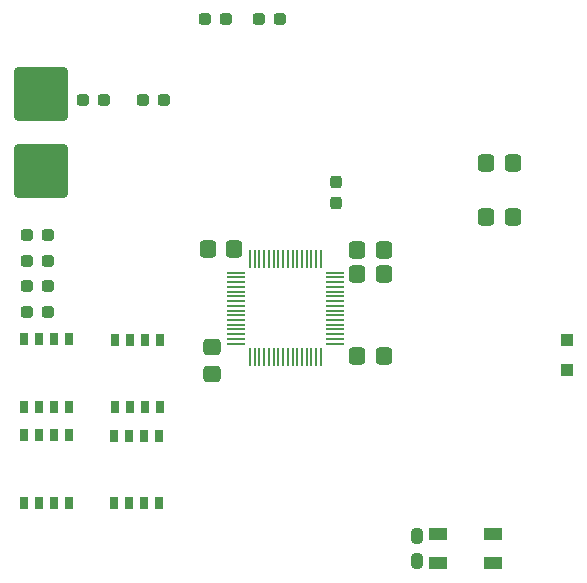
<source format=gtp>
G04 #@! TF.GenerationSoftware,KiCad,Pcbnew,7.0.9*
G04 #@! TF.CreationDate,2024-06-27T15:35:45+09:00*
G04 #@! TF.ProjectId,YAMADAmain,59414d41-4441-46d6-9169-6e2e6b696361,rev?*
G04 #@! TF.SameCoordinates,Original*
G04 #@! TF.FileFunction,Paste,Top*
G04 #@! TF.FilePolarity,Positive*
%FSLAX46Y46*%
G04 Gerber Fmt 4.6, Leading zero omitted, Abs format (unit mm)*
G04 Created by KiCad (PCBNEW 7.0.9) date 2024-06-27 15:35:45*
%MOMM*%
%LPD*%
G01*
G04 APERTURE LIST*
G04 Aperture macros list*
%AMRoundRect*
0 Rectangle with rounded corners*
0 $1 Rounding radius*
0 $2 $3 $4 $5 $6 $7 $8 $9 X,Y pos of 4 corners*
0 Add a 4 corners polygon primitive as box body*
4,1,4,$2,$3,$4,$5,$6,$7,$8,$9,$2,$3,0*
0 Add four circle primitives for the rounded corners*
1,1,$1+$1,$2,$3*
1,1,$1+$1,$4,$5*
1,1,$1+$1,$6,$7*
1,1,$1+$1,$8,$9*
0 Add four rect primitives between the rounded corners*
20,1,$1+$1,$2,$3,$4,$5,0*
20,1,$1+$1,$4,$5,$6,$7,0*
20,1,$1+$1,$6,$7,$8,$9,0*
20,1,$1+$1,$8,$9,$2,$3,0*%
G04 Aperture macros list end*
%ADD10R,0.760000X1.100000*%
%ADD11R,1.500000X1.000000*%
%ADD12RoundRect,0.237500X0.237500X-0.400000X0.237500X0.400000X-0.237500X0.400000X-0.237500X-0.400000X0*%
%ADD13RoundRect,0.292875X0.394625X0.432125X-0.394625X0.432125X-0.394625X-0.432125X0.394625X-0.432125X0*%
%ADD14RoundRect,0.237500X-0.287500X-0.237500X0.287500X-0.237500X0.287500X0.237500X-0.287500X0.237500X0*%
%ADD15RoundRect,0.237500X0.287500X0.237500X-0.287500X0.237500X-0.287500X-0.237500X0.287500X-0.237500X0*%
%ADD16RoundRect,0.225000X2.025000X-2.025000X2.025000X2.025000X-2.025000X2.025000X-2.025000X-2.025000X0*%
%ADD17RoundRect,0.292875X-0.432125X0.394625X-0.432125X-0.394625X0.432125X-0.394625X0.432125X0.394625X0*%
%ADD18RoundRect,0.292875X-0.394625X-0.432125X0.394625X-0.432125X0.394625X0.432125X-0.394625X0.432125X0*%
%ADD19RoundRect,0.237500X0.237500X-0.287500X0.237500X0.287500X-0.237500X0.287500X-0.237500X-0.287500X0*%
%ADD20RoundRect,0.062500X0.687500X-0.062500X0.687500X0.062500X-0.687500X0.062500X-0.687500X-0.062500X0*%
%ADD21RoundRect,0.062500X0.062500X-0.687500X0.062500X0.687500X-0.062500X0.687500X-0.062500X-0.687500X0*%
%ADD22R,1.000000X1.000000*%
G04 APERTURE END LIST*
D10*
X112369600Y-105211999D03*
X113639600Y-105211999D03*
X114909600Y-105211999D03*
X116179600Y-105211999D03*
X116179600Y-99512001D03*
X114909600Y-99512001D03*
X113639600Y-99512001D03*
X112369600Y-99512001D03*
X112369600Y-113345198D03*
X113639600Y-113345198D03*
X114909600Y-113345198D03*
X116179600Y-113345198D03*
X116179600Y-107645200D03*
X114909600Y-107645200D03*
X113639600Y-107645200D03*
X112369600Y-107645200D03*
X120040400Y-113390799D03*
X121310400Y-113390799D03*
X122580400Y-113390799D03*
X123850400Y-113390799D03*
X123850400Y-107690801D03*
X122580400Y-107690801D03*
X121310400Y-107690801D03*
X120040400Y-107690801D03*
X120091200Y-105267998D03*
X121361200Y-105267998D03*
X122631200Y-105267998D03*
X123901200Y-105267998D03*
X123901200Y-99568000D03*
X122631200Y-99568000D03*
X121361200Y-99568000D03*
X120091200Y-99568000D03*
D11*
X147458400Y-115976400D03*
X147458400Y-118476400D03*
X152058400Y-115976400D03*
X152058400Y-118476400D03*
D12*
X145694400Y-118288900D03*
X145694400Y-116163900D03*
D13*
X130209600Y-91916000D03*
X127934600Y-91916000D03*
D14*
X127725000Y-72390000D03*
X129475000Y-72390000D03*
D13*
X142900400Y-100939600D03*
X140625400Y-100939600D03*
D14*
X119153400Y-79248000D03*
X117403400Y-79248000D03*
D15*
X114429000Y-92862400D03*
X112679000Y-92862400D03*
D14*
X132325000Y-72390000D03*
X134075000Y-72390000D03*
D16*
X113792000Y-85240000D03*
X113792000Y-78740000D03*
D17*
X128295400Y-100214000D03*
X128295400Y-102489000D03*
D15*
X114429000Y-95046800D03*
X112679000Y-95046800D03*
D18*
X140623600Y-91948000D03*
X142898600Y-91948000D03*
D19*
X138830000Y-86212000D03*
X138830000Y-87962000D03*
D13*
X153806000Y-84576000D03*
X151531000Y-84576000D03*
D14*
X124233400Y-79248000D03*
X122483400Y-79248000D03*
D15*
X114429000Y-97231200D03*
X112679000Y-97231200D03*
D20*
X130352600Y-99885000D03*
X130352600Y-99485000D03*
X130352600Y-99085000D03*
X130352600Y-98685000D03*
X130352600Y-98285000D03*
X130352600Y-97885000D03*
X130352600Y-97485000D03*
X130352600Y-97085000D03*
X130352600Y-96685000D03*
X130352600Y-96285000D03*
X130352600Y-95885000D03*
X130352600Y-95485000D03*
X130352600Y-95085000D03*
X130352600Y-94685000D03*
X130352600Y-94285000D03*
X130352600Y-93885000D03*
D21*
X131527600Y-92710000D03*
X131927600Y-92710000D03*
X132327600Y-92710000D03*
X132727600Y-92710000D03*
X133127600Y-92710000D03*
X133527600Y-92710000D03*
X133927600Y-92710000D03*
X134327600Y-92710000D03*
X134727600Y-92710000D03*
X135127600Y-92710000D03*
X135527600Y-92710000D03*
X135927600Y-92710000D03*
X136327600Y-92710000D03*
X136727600Y-92710000D03*
X137127600Y-92710000D03*
X137527600Y-92710000D03*
D20*
X138702600Y-93885000D03*
X138702600Y-94285000D03*
X138702600Y-94685000D03*
X138702600Y-95085000D03*
X138702600Y-95485000D03*
X138702600Y-95885000D03*
X138702600Y-96285000D03*
X138702600Y-96685000D03*
X138702600Y-97085000D03*
X138702600Y-97485000D03*
X138702600Y-97885000D03*
X138702600Y-98285000D03*
X138702600Y-98685000D03*
X138702600Y-99085000D03*
X138702600Y-99485000D03*
X138702600Y-99885000D03*
D21*
X137527600Y-101060000D03*
X137127600Y-101060000D03*
X136727600Y-101060000D03*
X136327600Y-101060000D03*
X135927600Y-101060000D03*
X135527600Y-101060000D03*
X135127600Y-101060000D03*
X134727600Y-101060000D03*
X134327600Y-101060000D03*
X133927600Y-101060000D03*
X133527600Y-101060000D03*
X133127600Y-101060000D03*
X132727600Y-101060000D03*
X132327600Y-101060000D03*
X131927600Y-101060000D03*
X131527600Y-101060000D03*
D22*
X158364000Y-102108000D03*
X158364000Y-99608000D03*
D18*
X140614400Y-93980000D03*
X142889400Y-93980000D03*
D15*
X114429000Y-90716000D03*
X112679000Y-90716000D03*
D13*
X153806000Y-89148000D03*
X151531000Y-89148000D03*
M02*

</source>
